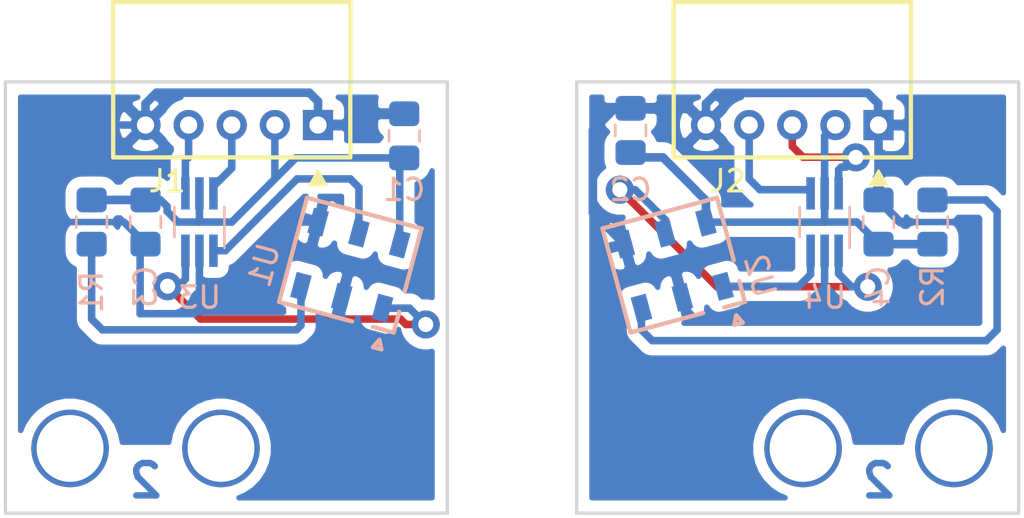
<source format=kicad_pcb>
(kicad_pcb (version 20171130) (host pcbnew 5.1.5-52549c5~84~ubuntu18.04.1)

  (general
    (thickness 1.6)
    (drawings 14)
    (tracks 150)
    (zones 0)
    (modules 12)
    (nets 13)
  )

  (page A4)
  (title_block
    (title Encodeurs-DFRobotics)
    (date 2020-01-28)
    (rev V1.0)
    (company INSA)
  )

  (layers
    (0 F.Cu signal)
    (31 B.Cu signal)
    (32 B.Adhes user)
    (33 F.Adhes user)
    (34 B.Paste user)
    (35 F.Paste user)
    (36 B.SilkS user)
    (37 F.SilkS user)
    (38 B.Mask user)
    (39 F.Mask user)
    (40 Dwgs.User user)
    (41 Cmts.User user)
    (42 Eco1.User user)
    (43 Eco2.User user)
    (44 Edge.Cuts user)
    (45 Margin user)
    (46 B.CrtYd user hide)
    (47 F.CrtYd user hide)
    (48 B.Fab user hide)
    (49 F.Fab user hide)
  )

  (setup
    (last_trace_width 0.25)
    (user_trace_width 0.3)
    (user_trace_width 0.35)
    (user_trace_width 0.4)
    (user_trace_width 0.5)
    (user_trace_width 0.7)
    (user_trace_width 1)
    (trace_clearance 0.2)
    (zone_clearance 0.508)
    (zone_45_only no)
    (trace_min 0.2)
    (via_size 0.8)
    (via_drill 0.4)
    (via_min_size 0.4)
    (via_min_drill 0.3)
    (user_via 0.8 0.4)
    (user_via 1.3 0.7)
    (user_via 3.6 3.1)
    (uvia_size 0.3)
    (uvia_drill 0.1)
    (uvias_allowed no)
    (uvia_min_size 0.2)
    (uvia_min_drill 0.1)
    (edge_width 0.15)
    (segment_width 0.2)
    (pcb_text_width 0.3)
    (pcb_text_size 1.5 1.5)
    (mod_edge_width 0.12)
    (mod_text_size 1 1)
    (mod_text_width 0.15)
    (pad_size 1.524 1.524)
    (pad_drill 0.762)
    (pad_to_mask_clearance 0.051)
    (solder_mask_min_width 0.25)
    (aux_axis_origin 0 0)
    (visible_elements FFFFFF7F)
    (pcbplotparams
      (layerselection 0x01000_fffffffe)
      (usegerberextensions false)
      (usegerberattributes false)
      (usegerberadvancedattributes false)
      (creategerberjobfile false)
      (excludeedgelayer false)
      (linewidth 0.100000)
      (plotframeref false)
      (viasonmask false)
      (mode 1)
      (useauxorigin false)
      (hpglpennumber 1)
      (hpglpenspeed 20)
      (hpglpendiameter 15.000000)
      (psnegative false)
      (psa4output false)
      (plotreference true)
      (plotvalue true)
      (plotinvisibletext false)
      (padsonsilk false)
      (subtractmaskfromsilk false)
      (outputformat 4)
      (mirror true)
      (drillshape 2)
      (scaleselection 1)
      (outputdirectory "PDF/"))
  )

  (net 0 "")
  (net 1 +5V)
  (net 2 GND)
  (net 3 /SENS_LEFT_A)
  (net 4 /SENS_LEFT_B)
  (net 5 /SENS_RIGHT_B)
  (net 6 /SENS_RIGHT_A)
  (net 7 "Net-(R1-Pad2)")
  (net 8 "Net-(R2-Pad2)")
  (net 9 "Net-(U1-Pad5)")
  (net 10 "Net-(U1-Pad1)")
  (net 11 "Net-(U2-Pad1)")
  (net 12 "Net-(U2-Pad5)")

  (net_class Default "This is the default net class."
    (clearance 0.2)
    (trace_width 0.25)
    (via_dia 0.8)
    (via_drill 0.4)
    (uvia_dia 0.3)
    (uvia_drill 0.1)
    (add_net +5V)
    (add_net /SENS_LEFT_A)
    (add_net /SENS_LEFT_B)
    (add_net /SENS_RIGHT_A)
    (add_net /SENS_RIGHT_B)
    (add_net GND)
    (add_net "Net-(R1-Pad2)")
    (add_net "Net-(R2-Pad2)")
    (add_net "Net-(U1-Pad1)")
    (add_net "Net-(U1-Pad5)")
    (add_net "Net-(U2-Pad1)")
    (add_net "Net-(U2-Pad5)")
  )

  (module Insa:DF3A-5P-2DS (layer F.Cu) (tedit 5D6F7BC7) (tstamp 5E305943)
    (at 90.5 102 180)
    (path /5E31D745)
    (fp_text reference J1 (at 3 -2.6) (layer F.SilkS)
      (effects (font (size 1 1) (thickness 0.15)))
    )
    (fp_text value DF3A-5P-2DS (at 0 7) (layer F.Fab)
      (effects (font (size 1 1) (thickness 0.15)))
    )
    (fp_line (start 5.5 -1.5) (end -5.5 -1.5) (layer F.SilkS) (width 0.2))
    (fp_line (start -5.5 -1.5) (end -5.5 5.7) (layer F.SilkS) (width 0.2))
    (fp_line (start -5.5 5.7) (end 5.5 5.7) (layer F.SilkS) (width 0.2))
    (fp_line (start 5.5 5.7) (end 5.5 -1.5) (layer F.SilkS) (width 0.2))
    (fp_poly (pts (xy -4.4 -2.8) (xy -4 -2.1) (xy -3.6 -2.8)) (layer F.SilkS) (width 0.1))
    (fp_line (start -5.5 -1.5) (end 5.5 -1.5) (layer F.CrtYd) (width 0.12))
    (fp_line (start 5.5 -1.5) (end 5.5 5.7) (layer F.CrtYd) (width 0.12))
    (fp_line (start 5.5 5.7) (end -5.5 5.7) (layer F.CrtYd) (width 0.12))
    (fp_line (start -5.5 5.7) (end -5.5 -1.5) (layer F.CrtYd) (width 0.12))
    (pad 2 thru_hole circle (at -2 0 180) (size 1.4 1.4) (drill 0.8) (layers *.Cu *.Mask)
      (net 1 +5V))
    (pad 3 thru_hole circle (at 0 0 180) (size 1.4 1.4) (drill 0.8) (layers *.Cu *.Mask)
      (net 3 /SENS_LEFT_A))
    (pad 4 thru_hole circle (at 2 0 180) (size 1.4 1.4) (drill 0.8) (layers *.Cu *.Mask)
      (net 4 /SENS_LEFT_B))
    (pad 1 thru_hole rect (at -4 0 180) (size 1.4 1.4) (drill 0.8) (layers *.Cu *.Mask)
      (net 2 GND))
    (pad 5 thru_hole circle (at 4 0 180) (size 1.4 1.4) (drill 0.8) (layers *.Cu *.Mask)
      (net 2 GND))
    (model "/home/dimercur/Documents/Travail/git/NXP_Cup/insa-nxpcup-1/pcb/Modeles 3D/DF3-5P-2DS.stp"
      (offset (xyz -6.65 -2.2 5.5))
      (scale (xyz 1 1 1))
      (rotate (xyz 180 0 0))
    )
  )

  (module Insa:DF3A-5P-2DS (layer F.Cu) (tedit 5D6F7BC7) (tstamp 5E305955)
    (at 116.5 102 180)
    (path /5E31F517)
    (fp_text reference J2 (at 3 -2.6) (layer F.SilkS)
      (effects (font (size 1 1) (thickness 0.15)))
    )
    (fp_text value DF3A-5P-2DS (at 0 7) (layer F.Fab)
      (effects (font (size 1 1) (thickness 0.15)))
    )
    (fp_line (start -5.5 5.7) (end -5.5 -1.5) (layer F.CrtYd) (width 0.12))
    (fp_line (start 5.5 5.7) (end -5.5 5.7) (layer F.CrtYd) (width 0.12))
    (fp_line (start 5.5 -1.5) (end 5.5 5.7) (layer F.CrtYd) (width 0.12))
    (fp_line (start -5.5 -1.5) (end 5.5 -1.5) (layer F.CrtYd) (width 0.12))
    (fp_poly (pts (xy -4.4 -2.8) (xy -4 -2.1) (xy -3.6 -2.8)) (layer F.SilkS) (width 0.1))
    (fp_line (start 5.5 5.7) (end 5.5 -1.5) (layer F.SilkS) (width 0.2))
    (fp_line (start -5.5 5.7) (end 5.5 5.7) (layer F.SilkS) (width 0.2))
    (fp_line (start -5.5 -1.5) (end -5.5 5.7) (layer F.SilkS) (width 0.2))
    (fp_line (start 5.5 -1.5) (end -5.5 -1.5) (layer F.SilkS) (width 0.2))
    (pad 5 thru_hole circle (at 4 0 180) (size 1.4 1.4) (drill 0.8) (layers *.Cu *.Mask)
      (net 2 GND))
    (pad 1 thru_hole rect (at -4 0 180) (size 1.4 1.4) (drill 0.8) (layers *.Cu *.Mask)
      (net 2 GND))
    (pad 4 thru_hole circle (at 2 0 180) (size 1.4 1.4) (drill 0.8) (layers *.Cu *.Mask)
      (net 5 /SENS_RIGHT_B))
    (pad 3 thru_hole circle (at 0 0 180) (size 1.4 1.4) (drill 0.8) (layers *.Cu *.Mask)
      (net 6 /SENS_RIGHT_A))
    (pad 2 thru_hole circle (at -2 0 180) (size 1.4 1.4) (drill 0.8) (layers *.Cu *.Mask)
      (net 1 +5V))
    (model "/home/dimercur/Documents/Travail/git/NXP_Cup/insa-nxpcup-1/pcb/Modeles 3D/DF3-5P-2DS.stp"
      (offset (xyz -6.65 -2.2 5.5))
      (scale (xyz 1 1 1))
      (rotate (xyz 180 0 0))
    )
  )

  (module Insa:AEDR-8300 (layer B.Cu) (tedit 5E303CE1) (tstamp 5E30598F)
    (at 96 108.5 75)
    (path /5E3A6A7F)
    (attr smd)
    (fp_text reference U1 (at -1.035276 -3.863703 75) (layer B.SilkS)
      (effects (font (size 1 1) (thickness 0.15)) (justify mirror))
    )
    (fp_text value AEDR-8300 (at 0 -5.4 75) (layer B.Fab)
      (effects (font (size 1 1) (thickness 0.15)) (justify mirror))
    )
    (fp_line (start 0 2.55) (end 1.98 2.55) (layer B.CrtYd) (width 0.12))
    (fp_line (start 1.98 2.55) (end 1.98 -2.55) (layer B.CrtYd) (width 0.12))
    (fp_line (start 1.98 -2.55) (end -1.98 -2.55) (layer B.CrtYd) (width 0.12))
    (fp_line (start -1.98 -2.55) (end -1.98 2.55) (layer B.CrtYd) (width 0.12))
    (fp_line (start -1.98 2.55) (end 0 2.55) (layer B.CrtYd) (width 0.12))
    (fp_line (start 2.5 2.75) (end 2.5 -2.75) (layer B.SilkS) (width 0.2))
    (fp_line (start 2.5 -2.75) (end -2.5 -2.75) (layer B.SilkS) (width 0.2))
    (fp_line (start -1.5 2.75) (end -2.5 2.75) (layer B.SilkS) (width 0.2))
    (fp_line (start -2.5 2.75) (end -2.5 1.75) (layer B.SilkS) (width 0.2))
    (fp_line (start -2.5 0.75) (end -2.5 -2.75) (layer B.SilkS) (width 0.2))
    (fp_line (start -0.5 2.75) (end 2.5 2.75) (layer B.SilkS) (width 0.2))
    (fp_line (start -3 2.2) (end -3.4 2.4) (layer B.SilkS) (width 0.2))
    (fp_line (start -3.4 2.4) (end -3.4 2) (layer B.SilkS) (width 0.2))
    (fp_line (start -3.4 2) (end -3 2.2) (layer B.SilkS) (width 0.2))
    (pad 2 smd rect (at -1.54 0 75) (size 1.2 0.72) (layers B.Cu B.Paste B.Mask)
      (net 2 GND))
    (pad 5 smd rect (at 1.54 0 75) (size 1.2 0.72) (layers B.Cu B.Paste B.Mask)
      (net 9 "Net-(U1-Pad5)"))
    (pad 3 smd rect (at -1.54 -1.96 75) (size 1.2 0.72) (layers B.Cu B.Paste B.Mask)
      (net 7 "Net-(R1-Pad2)"))
    (pad 4 smd rect (at 1.54 -1.96 75) (size 1.2 0.72) (layers B.Cu B.Paste B.Mask)
      (net 2 GND))
    (pad 6 smd rect (at 1.54 1.96 75) (size 1.2 0.72) (layers B.Cu B.Paste B.Mask)
      (net 1 +5V))
    (pad 1 smd rect (at -1.54 1.96 75) (size 1.2 0.72) (layers B.Cu B.Paste B.Mask)
      (net 10 "Net-(U1-Pad1)"))
  )

  (module Insa:AEDR-8300 (layer B.Cu) (tedit 5E303CE1) (tstamp 5E3059A7)
    (at 111 108.5 105)
    (path /5E3A6F7C)
    (attr smd)
    (fp_text reference U2 (at -1.518239 3.734294 105) (layer B.SilkS)
      (effects (font (size 1 1) (thickness 0.15)) (justify mirror))
    )
    (fp_text value AEDR-8300 (at 0 -5.4 105) (layer B.Fab)
      (effects (font (size 1 1) (thickness 0.15)) (justify mirror))
    )
    (fp_line (start -3.4 2) (end -3 2.2) (layer B.SilkS) (width 0.2))
    (fp_line (start -3.4 2.4) (end -3.4 2) (layer B.SilkS) (width 0.2))
    (fp_line (start -3 2.2) (end -3.4 2.4) (layer B.SilkS) (width 0.2))
    (fp_line (start -0.5 2.75) (end 2.5 2.75) (layer B.SilkS) (width 0.2))
    (fp_line (start -2.5 0.75) (end -2.5 -2.75) (layer B.SilkS) (width 0.2))
    (fp_line (start -2.5 2.75) (end -2.5 1.75) (layer B.SilkS) (width 0.2))
    (fp_line (start -1.5 2.75) (end -2.5 2.75) (layer B.SilkS) (width 0.2))
    (fp_line (start 2.5 -2.75) (end -2.5 -2.75) (layer B.SilkS) (width 0.2))
    (fp_line (start 2.5 2.75) (end 2.5 -2.75) (layer B.SilkS) (width 0.2))
    (fp_line (start -1.98 2.55) (end 0 2.55) (layer B.CrtYd) (width 0.12))
    (fp_line (start -1.98 -2.55) (end -1.98 2.55) (layer B.CrtYd) (width 0.12))
    (fp_line (start 1.98 -2.55) (end -1.98 -2.55) (layer B.CrtYd) (width 0.12))
    (fp_line (start 1.98 2.55) (end 1.98 -2.55) (layer B.CrtYd) (width 0.12))
    (fp_line (start 0 2.55) (end 1.98 2.55) (layer B.CrtYd) (width 0.12))
    (pad 1 smd rect (at -1.54 1.96 105) (size 1.2 0.72) (layers B.Cu B.Paste B.Mask)
      (net 11 "Net-(U2-Pad1)"))
    (pad 6 smd rect (at 1.54 1.96 105) (size 1.2 0.72) (layers B.Cu B.Paste B.Mask)
      (net 1 +5V))
    (pad 4 smd rect (at 1.54 -1.96 105) (size 1.2 0.72) (layers B.Cu B.Paste B.Mask)
      (net 2 GND))
    (pad 3 smd rect (at -1.54 -1.96 105) (size 1.2 0.72) (layers B.Cu B.Paste B.Mask)
      (net 8 "Net-(R2-Pad2)"))
    (pad 5 smd rect (at 1.54 0 105) (size 1.2 0.72) (layers B.Cu B.Paste B.Mask)
      (net 12 "Net-(U2-Pad5)"))
    (pad 2 smd rect (at -1.54 0 105) (size 1.2 0.72) (layers B.Cu B.Paste B.Mask)
      (net 2 GND))
  )

  (module Capacitor_SMD:C_0805_2012Metric_Pad1.15x1.40mm_HandSolder (layer B.Cu) (tedit 5B36C52B) (tstamp 5E318682)
    (at 98.5 102.5 90)
    (descr "Capacitor SMD 0805 (2012 Metric), square (rectangular) end terminal, IPC_7351 nominal with elongated pad for handsoldering. (Body size source: https://docs.google.com/spreadsheets/d/1BsfQQcO9C6DZCsRaXUlFlo91Tg2WpOkGARC1WS5S8t0/edit?usp=sharing), generated with kicad-footprint-generator")
    (tags "capacitor handsolder")
    (path /5E3A78B4)
    (attr smd)
    (fp_text reference C1 (at -2.5 0 180) (layer B.SilkS)
      (effects (font (size 1 1) (thickness 0.15)) (justify mirror))
    )
    (fp_text value 1µF (at 0 -1.65 90) (layer B.Fab)
      (effects (font (size 1 1) (thickness 0.15)) (justify mirror))
    )
    (fp_line (start -1 -0.6) (end -1 0.6) (layer B.Fab) (width 0.1))
    (fp_line (start -1 0.6) (end 1 0.6) (layer B.Fab) (width 0.1))
    (fp_line (start 1 0.6) (end 1 -0.6) (layer B.Fab) (width 0.1))
    (fp_line (start 1 -0.6) (end -1 -0.6) (layer B.Fab) (width 0.1))
    (fp_line (start -0.261252 0.71) (end 0.261252 0.71) (layer B.SilkS) (width 0.12))
    (fp_line (start -0.261252 -0.71) (end 0.261252 -0.71) (layer B.SilkS) (width 0.12))
    (fp_line (start -1.85 -0.95) (end -1.85 0.95) (layer B.CrtYd) (width 0.05))
    (fp_line (start -1.85 0.95) (end 1.85 0.95) (layer B.CrtYd) (width 0.05))
    (fp_line (start 1.85 0.95) (end 1.85 -0.95) (layer B.CrtYd) (width 0.05))
    (fp_line (start 1.85 -0.95) (end -1.85 -0.95) (layer B.CrtYd) (width 0.05))
    (fp_text user %R (at 0 0 90) (layer B.Fab)
      (effects (font (size 0.5 0.5) (thickness 0.08)) (justify mirror))
    )
    (pad 1 smd roundrect (at -1.025 0 90) (size 1.15 1.4) (layers B.Cu B.Paste B.Mask) (roundrect_rratio 0.217391)
      (net 1 +5V))
    (pad 2 smd roundrect (at 1.025 0 90) (size 1.15 1.4) (layers B.Cu B.Paste B.Mask) (roundrect_rratio 0.217391)
      (net 2 GND))
    (model ${KISYS3DMOD}/Capacitor_SMD.3dshapes/C_0805_2012Metric.wrl
      (at (xyz 0 0 0))
      (scale (xyz 1 1 1))
      (rotate (xyz 0 0 0))
    )
  )

  (module Capacitor_SMD:C_0805_2012Metric_Pad1.15x1.40mm_HandSolder (layer B.Cu) (tedit 5B36C52B) (tstamp 5E318692)
    (at 109 102.25 90)
    (descr "Capacitor SMD 0805 (2012 Metric), square (rectangular) end terminal, IPC_7351 nominal with elongated pad for handsoldering. (Body size source: https://docs.google.com/spreadsheets/d/1BsfQQcO9C6DZCsRaXUlFlo91Tg2WpOkGARC1WS5S8t0/edit?usp=sharing), generated with kicad-footprint-generator")
    (tags "capacitor handsolder")
    (path /5E3A7F61)
    (attr smd)
    (fp_text reference C2 (at -2.75 0 180) (layer B.SilkS)
      (effects (font (size 1 1) (thickness 0.15)) (justify mirror))
    )
    (fp_text value 1µF (at 0 -1.65 90) (layer B.Fab)
      (effects (font (size 1 1) (thickness 0.15)) (justify mirror))
    )
    (fp_text user %R (at 0 0 90) (layer B.Fab)
      (effects (font (size 0.5 0.5) (thickness 0.08)) (justify mirror))
    )
    (fp_line (start 1.85 -0.95) (end -1.85 -0.95) (layer B.CrtYd) (width 0.05))
    (fp_line (start 1.85 0.95) (end 1.85 -0.95) (layer B.CrtYd) (width 0.05))
    (fp_line (start -1.85 0.95) (end 1.85 0.95) (layer B.CrtYd) (width 0.05))
    (fp_line (start -1.85 -0.95) (end -1.85 0.95) (layer B.CrtYd) (width 0.05))
    (fp_line (start -0.261252 -0.71) (end 0.261252 -0.71) (layer B.SilkS) (width 0.12))
    (fp_line (start -0.261252 0.71) (end 0.261252 0.71) (layer B.SilkS) (width 0.12))
    (fp_line (start 1 -0.6) (end -1 -0.6) (layer B.Fab) (width 0.1))
    (fp_line (start 1 0.6) (end 1 -0.6) (layer B.Fab) (width 0.1))
    (fp_line (start -1 0.6) (end 1 0.6) (layer B.Fab) (width 0.1))
    (fp_line (start -1 -0.6) (end -1 0.6) (layer B.Fab) (width 0.1))
    (pad 2 smd roundrect (at 1.025 0 90) (size 1.15 1.4) (layers B.Cu B.Paste B.Mask) (roundrect_rratio 0.217391)
      (net 2 GND))
    (pad 1 smd roundrect (at -1.025 0 90) (size 1.15 1.4) (layers B.Cu B.Paste B.Mask) (roundrect_rratio 0.217391)
      (net 1 +5V))
    (model ${KISYS3DMOD}/Capacitor_SMD.3dshapes/C_0805_2012Metric.wrl
      (at (xyz 0 0 0))
      (scale (xyz 1 1 1))
      (rotate (xyz 0 0 0))
    )
  )

  (module Capacitor_SMD:C_0805_2012Metric_Pad1.15x1.40mm_HandSolder (layer B.Cu) (tedit 5B36C52B) (tstamp 5E3186B2)
    (at 86.5 106.5 270)
    (descr "Capacitor SMD 0805 (2012 Metric), square (rectangular) end terminal, IPC_7351 nominal with elongated pad for handsoldering. (Body size source: https://docs.google.com/spreadsheets/d/1BsfQQcO9C6DZCsRaXUlFlo91Tg2WpOkGARC1WS5S8t0/edit?usp=sharing), generated with kicad-footprint-generator")
    (tags "capacitor handsolder")
    (path /5E4036A5)
    (attr smd)
    (fp_text reference C3 (at 3 0 90) (layer B.SilkS)
      (effects (font (size 1 1) (thickness 0.15)) (justify mirror))
    )
    (fp_text value 100nF (at 0 -1.65 90) (layer B.Fab)
      (effects (font (size 1 1) (thickness 0.15)) (justify mirror))
    )
    (fp_line (start -1 -0.6) (end -1 0.6) (layer B.Fab) (width 0.1))
    (fp_line (start -1 0.6) (end 1 0.6) (layer B.Fab) (width 0.1))
    (fp_line (start 1 0.6) (end 1 -0.6) (layer B.Fab) (width 0.1))
    (fp_line (start 1 -0.6) (end -1 -0.6) (layer B.Fab) (width 0.1))
    (fp_line (start -0.261252 0.71) (end 0.261252 0.71) (layer B.SilkS) (width 0.12))
    (fp_line (start -0.261252 -0.71) (end 0.261252 -0.71) (layer B.SilkS) (width 0.12))
    (fp_line (start -1.85 -0.95) (end -1.85 0.95) (layer B.CrtYd) (width 0.05))
    (fp_line (start -1.85 0.95) (end 1.85 0.95) (layer B.CrtYd) (width 0.05))
    (fp_line (start 1.85 0.95) (end 1.85 -0.95) (layer B.CrtYd) (width 0.05))
    (fp_line (start 1.85 -0.95) (end -1.85 -0.95) (layer B.CrtYd) (width 0.05))
    (fp_text user %R (at 0 0 90) (layer B.Fab)
      (effects (font (size 0.5 0.5) (thickness 0.08)) (justify mirror))
    )
    (pad 1 smd roundrect (at -1.025 0 270) (size 1.15 1.4) (layers B.Cu B.Paste B.Mask) (roundrect_rratio 0.217391)
      (net 1 +5V))
    (pad 2 smd roundrect (at 1.025 0 270) (size 1.15 1.4) (layers B.Cu B.Paste B.Mask) (roundrect_rratio 0.217391)
      (net 2 GND))
    (model ${KISYS3DMOD}/Capacitor_SMD.3dshapes/C_0805_2012Metric.wrl
      (at (xyz 0 0 0))
      (scale (xyz 1 1 1))
      (rotate (xyz 0 0 0))
    )
  )

  (module Capacitor_SMD:C_0805_2012Metric_Pad1.15x1.40mm_HandSolder (layer B.Cu) (tedit 5B36C52B) (tstamp 5E3186C3)
    (at 120.5 106.5 90)
    (descr "Capacitor SMD 0805 (2012 Metric), square (rectangular) end terminal, IPC_7351 nominal with elongated pad for handsoldering. (Body size source: https://docs.google.com/spreadsheets/d/1BsfQQcO9C6DZCsRaXUlFlo91Tg2WpOkGARC1WS5S8t0/edit?usp=sharing), generated with kicad-footprint-generator")
    (tags "capacitor handsolder")
    (path /5E404996)
    (attr smd)
    (fp_text reference C4 (at -3 0 90) (layer B.SilkS)
      (effects (font (size 1 1) (thickness 0.15)) (justify mirror))
    )
    (fp_text value 100nF (at 0 -1.65 90) (layer B.Fab)
      (effects (font (size 1 1) (thickness 0.15)) (justify mirror))
    )
    (fp_text user %R (at 0 0 90) (layer B.Fab)
      (effects (font (size 0.5 0.5) (thickness 0.08)) (justify mirror))
    )
    (fp_line (start 1.85 -0.95) (end -1.85 -0.95) (layer B.CrtYd) (width 0.05))
    (fp_line (start 1.85 0.95) (end 1.85 -0.95) (layer B.CrtYd) (width 0.05))
    (fp_line (start -1.85 0.95) (end 1.85 0.95) (layer B.CrtYd) (width 0.05))
    (fp_line (start -1.85 -0.95) (end -1.85 0.95) (layer B.CrtYd) (width 0.05))
    (fp_line (start -0.261252 -0.71) (end 0.261252 -0.71) (layer B.SilkS) (width 0.12))
    (fp_line (start -0.261252 0.71) (end 0.261252 0.71) (layer B.SilkS) (width 0.12))
    (fp_line (start 1 -0.6) (end -1 -0.6) (layer B.Fab) (width 0.1))
    (fp_line (start 1 0.6) (end 1 -0.6) (layer B.Fab) (width 0.1))
    (fp_line (start -1 0.6) (end 1 0.6) (layer B.Fab) (width 0.1))
    (fp_line (start -1 -0.6) (end -1 0.6) (layer B.Fab) (width 0.1))
    (pad 2 smd roundrect (at 1.025 0 90) (size 1.15 1.4) (layers B.Cu B.Paste B.Mask) (roundrect_rratio 0.217391)
      (net 2 GND))
    (pad 1 smd roundrect (at -1.025 0 90) (size 1.15 1.4) (layers B.Cu B.Paste B.Mask) (roundrect_rratio 0.217391)
      (net 1 +5V))
    (model ${KISYS3DMOD}/Capacitor_SMD.3dshapes/C_0805_2012Metric.wrl
      (at (xyz 0 0 0))
      (scale (xyz 1 1 1))
      (rotate (xyz 0 0 0))
    )
  )

  (module Resistor_SMD:R_0805_2012Metric_Pad1.15x1.40mm_HandSolder (layer B.Cu) (tedit 5B36C52B) (tstamp 5E3186C4)
    (at 84 106.5 270)
    (descr "Resistor SMD 0805 (2012 Metric), square (rectangular) end terminal, IPC_7351 nominal with elongated pad for handsoldering. (Body size source: https://docs.google.com/spreadsheets/d/1BsfQQcO9C6DZCsRaXUlFlo91Tg2WpOkGARC1WS5S8t0/edit?usp=sharing), generated with kicad-footprint-generator")
    (tags "resistor handsolder")
    (path /5E3A840F)
    (attr smd)
    (fp_text reference R1 (at 3.25 0 90) (layer B.SilkS)
      (effects (font (size 1 1) (thickness 0.15)) (justify mirror))
    )
    (fp_text value 200 (at 0 -1.65 90) (layer B.Fab)
      (effects (font (size 1 1) (thickness 0.15)) (justify mirror))
    )
    (fp_line (start -1 -0.6) (end -1 0.6) (layer B.Fab) (width 0.1))
    (fp_line (start -1 0.6) (end 1 0.6) (layer B.Fab) (width 0.1))
    (fp_line (start 1 0.6) (end 1 -0.6) (layer B.Fab) (width 0.1))
    (fp_line (start 1 -0.6) (end -1 -0.6) (layer B.Fab) (width 0.1))
    (fp_line (start -0.261252 0.71) (end 0.261252 0.71) (layer B.SilkS) (width 0.12))
    (fp_line (start -0.261252 -0.71) (end 0.261252 -0.71) (layer B.SilkS) (width 0.12))
    (fp_line (start -1.85 -0.95) (end -1.85 0.95) (layer B.CrtYd) (width 0.05))
    (fp_line (start -1.85 0.95) (end 1.85 0.95) (layer B.CrtYd) (width 0.05))
    (fp_line (start 1.85 0.95) (end 1.85 -0.95) (layer B.CrtYd) (width 0.05))
    (fp_line (start 1.85 -0.95) (end -1.85 -0.95) (layer B.CrtYd) (width 0.05))
    (fp_text user %R (at 0 0 90) (layer B.Fab)
      (effects (font (size 0.5 0.5) (thickness 0.08)) (justify mirror))
    )
    (pad 1 smd roundrect (at -1.025 0 270) (size 1.15 1.4) (layers B.Cu B.Paste B.Mask) (roundrect_rratio 0.217391)
      (net 1 +5V))
    (pad 2 smd roundrect (at 1.025 0 270) (size 1.15 1.4) (layers B.Cu B.Paste B.Mask) (roundrect_rratio 0.217391)
      (net 7 "Net-(R1-Pad2)"))
    (model ${KISYS3DMOD}/Resistor_SMD.3dshapes/R_0805_2012Metric.wrl
      (at (xyz 0 0 0))
      (scale (xyz 1 1 1))
      (rotate (xyz 0 0 0))
    )
  )

  (module Resistor_SMD:R_0805_2012Metric_Pad1.15x1.40mm_HandSolder (layer B.Cu) (tedit 5B36C52B) (tstamp 5E3186D4)
    (at 123 106.5 90)
    (descr "Resistor SMD 0805 (2012 Metric), square (rectangular) end terminal, IPC_7351 nominal with elongated pad for handsoldering. (Body size source: https://docs.google.com/spreadsheets/d/1BsfQQcO9C6DZCsRaXUlFlo91Tg2WpOkGARC1WS5S8t0/edit?usp=sharing), generated with kicad-footprint-generator")
    (tags "resistor handsolder")
    (path /5E3A88BC)
    (attr smd)
    (fp_text reference R2 (at -3 0 90) (layer B.SilkS)
      (effects (font (size 1 1) (thickness 0.15)) (justify mirror))
    )
    (fp_text value 200 (at 0 -1.65 90) (layer B.Fab)
      (effects (font (size 1 1) (thickness 0.15)) (justify mirror))
    )
    (fp_text user %R (at 0 0 90) (layer B.Fab)
      (effects (font (size 0.5 0.5) (thickness 0.08)) (justify mirror))
    )
    (fp_line (start 1.85 -0.95) (end -1.85 -0.95) (layer B.CrtYd) (width 0.05))
    (fp_line (start 1.85 0.95) (end 1.85 -0.95) (layer B.CrtYd) (width 0.05))
    (fp_line (start -1.85 0.95) (end 1.85 0.95) (layer B.CrtYd) (width 0.05))
    (fp_line (start -1.85 -0.95) (end -1.85 0.95) (layer B.CrtYd) (width 0.05))
    (fp_line (start -0.261252 -0.71) (end 0.261252 -0.71) (layer B.SilkS) (width 0.12))
    (fp_line (start -0.261252 0.71) (end 0.261252 0.71) (layer B.SilkS) (width 0.12))
    (fp_line (start 1 -0.6) (end -1 -0.6) (layer B.Fab) (width 0.1))
    (fp_line (start 1 0.6) (end 1 -0.6) (layer B.Fab) (width 0.1))
    (fp_line (start -1 0.6) (end 1 0.6) (layer B.Fab) (width 0.1))
    (fp_line (start -1 -0.6) (end -1 0.6) (layer B.Fab) (width 0.1))
    (pad 2 smd roundrect (at 1.025 0 90) (size 1.15 1.4) (layers B.Cu B.Paste B.Mask) (roundrect_rratio 0.217391)
      (net 8 "Net-(R2-Pad2)"))
    (pad 1 smd roundrect (at -1.025 0 90) (size 1.15 1.4) (layers B.Cu B.Paste B.Mask) (roundrect_rratio 0.217391)
      (net 1 +5V))
    (model ${KISYS3DMOD}/Resistor_SMD.3dshapes/R_0805_2012Metric.wrl
      (at (xyz 0 0 0))
      (scale (xyz 1 1 1))
      (rotate (xyz 0 0 0))
    )
  )

  (module Package_TO_SOT_SMD:SOT-363_SC-70-6_Handsoldering (layer B.Cu) (tedit 5A02FF57) (tstamp 5E3186F9)
    (at 89 106.5 90)
    (descr "SOT-363, SC-70-6, Handsoldering")
    (tags "SOT-363 SC-70-6 Handsoldering")
    (path /5E3E0666)
    (attr smd)
    (fp_text reference U3 (at -3.5 0 180) (layer B.SilkS)
      (effects (font (size 1 1) (thickness 0.15)) (justify mirror))
    )
    (fp_text value 74LVC2G34 (at 0 -2 270) (layer B.Fab)
      (effects (font (size 1 1) (thickness 0.15)) (justify mirror))
    )
    (fp_text user %R (at 0 0 180) (layer B.Fab)
      (effects (font (size 0.5 0.5) (thickness 0.075)) (justify mirror))
    )
    (fp_line (start -2.4 -1.4) (end 2.4 -1.4) (layer B.CrtYd) (width 0.05))
    (fp_line (start 0.7 1.16) (end -1.2 1.16) (layer B.SilkS) (width 0.12))
    (fp_line (start -0.7 -1.16) (end 0.7 -1.16) (layer B.SilkS) (width 0.12))
    (fp_line (start 2.4 -1.4) (end 2.4 1.4) (layer B.CrtYd) (width 0.05))
    (fp_line (start -2.4 1.4) (end -2.4 -1.4) (layer B.CrtYd) (width 0.05))
    (fp_line (start -2.4 1.4) (end 2.4 1.4) (layer B.CrtYd) (width 0.05))
    (fp_line (start 0.675 1.1) (end -0.175 1.1) (layer B.Fab) (width 0.1))
    (fp_line (start -0.675 0.6) (end -0.675 -1.1) (layer B.Fab) (width 0.1))
    (fp_line (start 0.675 1.1) (end 0.675 -1.1) (layer B.Fab) (width 0.1))
    (fp_line (start 0.675 -1.1) (end -0.675 -1.1) (layer B.Fab) (width 0.1))
    (fp_line (start -0.175 1.1) (end -0.675 0.6) (layer B.Fab) (width 0.1))
    (pad 1 smd rect (at -1.33 0.65 90) (size 1.5 0.4) (layers B.Cu B.Paste B.Mask)
      (net 9 "Net-(U1-Pad5)"))
    (pad 2 smd rect (at -1.33 0 90) (size 1.5 0.4) (layers B.Cu B.Paste B.Mask)
      (net 2 GND))
    (pad 3 smd rect (at -1.33 -0.65 90) (size 1.5 0.4) (layers B.Cu B.Paste B.Mask)
      (net 10 "Net-(U1-Pad1)"))
    (pad 4 smd rect (at 1.33 -0.65 90) (size 1.5 0.4) (layers B.Cu B.Paste B.Mask)
      (net 4 /SENS_LEFT_B))
    (pad 5 smd rect (at 1.33 0 90) (size 1.5 0.4) (layers B.Cu B.Paste B.Mask)
      (net 1 +5V))
    (pad 6 smd rect (at 1.33 0.65 90) (size 1.5 0.4) (layers B.Cu B.Paste B.Mask)
      (net 3 /SENS_LEFT_A))
    (model ${KISYS3DMOD}/Package_TO_SOT_SMD.3dshapes/SOT-363_SC-70-6.wrl
      (at (xyz 0 0 0))
      (scale (xyz 1 1 1))
      (rotate (xyz 0 0 0))
    )
  )

  (module Package_TO_SOT_SMD:SOT-363_SC-70-6_Handsoldering (layer B.Cu) (tedit 5A02FF57) (tstamp 5E31870F)
    (at 118 106.5 90)
    (descr "SOT-363, SC-70-6, Handsoldering")
    (tags "SOT-363 SC-70-6 Handsoldering")
    (path /5E3E288C)
    (attr smd)
    (fp_text reference U4 (at -3.5 0 180) (layer B.SilkS)
      (effects (font (size 1 1) (thickness 0.15)) (justify mirror))
    )
    (fp_text value 74LVC2G34 (at 0 -2 -90) (layer B.Fab)
      (effects (font (size 1 1) (thickness 0.15)) (justify mirror))
    )
    (fp_line (start -0.175 1.1) (end -0.675 0.6) (layer B.Fab) (width 0.1))
    (fp_line (start 0.675 -1.1) (end -0.675 -1.1) (layer B.Fab) (width 0.1))
    (fp_line (start 0.675 1.1) (end 0.675 -1.1) (layer B.Fab) (width 0.1))
    (fp_line (start -0.675 0.6) (end -0.675 -1.1) (layer B.Fab) (width 0.1))
    (fp_line (start 0.675 1.1) (end -0.175 1.1) (layer B.Fab) (width 0.1))
    (fp_line (start -2.4 1.4) (end 2.4 1.4) (layer B.CrtYd) (width 0.05))
    (fp_line (start -2.4 1.4) (end -2.4 -1.4) (layer B.CrtYd) (width 0.05))
    (fp_line (start 2.4 -1.4) (end 2.4 1.4) (layer B.CrtYd) (width 0.05))
    (fp_line (start -0.7 -1.16) (end 0.7 -1.16) (layer B.SilkS) (width 0.12))
    (fp_line (start 0.7 1.16) (end -1.2 1.16) (layer B.SilkS) (width 0.12))
    (fp_line (start -2.4 -1.4) (end 2.4 -1.4) (layer B.CrtYd) (width 0.05))
    (fp_text user %R (at 0 0 180) (layer B.Fab)
      (effects (font (size 0.5 0.5) (thickness 0.075)) (justify mirror))
    )
    (pad 6 smd rect (at 1.33 0.65 90) (size 1.5 0.4) (layers B.Cu B.Paste B.Mask)
      (net 6 /SENS_RIGHT_A))
    (pad 5 smd rect (at 1.33 0 90) (size 1.5 0.4) (layers B.Cu B.Paste B.Mask)
      (net 1 +5V))
    (pad 4 smd rect (at 1.33 -0.65 90) (size 1.5 0.4) (layers B.Cu B.Paste B.Mask)
      (net 5 /SENS_RIGHT_B))
    (pad 3 smd rect (at -1.33 -0.65 90) (size 1.5 0.4) (layers B.Cu B.Paste B.Mask)
      (net 11 "Net-(U2-Pad1)"))
    (pad 2 smd rect (at -1.33 0 90) (size 1.5 0.4) (layers B.Cu B.Paste B.Mask)
      (net 2 GND))
    (pad 1 smd rect (at -1.33 0.65 90) (size 1.5 0.4) (layers B.Cu B.Paste B.Mask)
      (net 12 "Net-(U2-Pad5)"))
    (model ${KISYS3DMOD}/Package_TO_SOT_SMD.3dshapes/SOT-363_SC-70-6.wrl
      (at (xyz 0 0 0))
      (scale (xyz 1 1 1))
      (rotate (xyz 0 0 0))
    )
  )

  (gr_line (start 100.5 120) (end 97 120) (layer Edge.Cuts) (width 0.15) (tstamp 5E317B92))
  (gr_line (start 110 120) (end 106.5 120) (layer Edge.Cuts) (width 0.15) (tstamp 5E317B90))
  (gr_line (start 106.5 100) (end 110 100) (layer Edge.Cuts) (width 0.15) (tstamp 5E317B8D))
  (gr_line (start 97 100) (end 100.5 100) (layer Edge.Cuts) (width 0.15) (tstamp 5E317B8B))
  (gr_text 2 (at 120.5 118.5) (layer B.Cu)
    (effects (font (size 1.5 1.5) (thickness 0.3)) (justify mirror))
  )
  (gr_text 2 (at 86.5 118.5) (layer B.Cu)
    (effects (font (size 1.5 1.5) (thickness 0.3)) (justify mirror))
  )
  (gr_line (start 110 100) (end 127 100) (layer Edge.Cuts) (width 0.15) (tstamp 5E305ADA))
  (gr_line (start 127 120) (end 110 120) (layer Edge.Cuts) (width 0.15) (tstamp 5E305AD9))
  (gr_line (start 127 100) (end 127 120) (layer Edge.Cuts) (width 0.15) (tstamp 5E305AD8))
  (gr_line (start 106.5 120) (end 106.5 100) (layer Edge.Cuts) (width 0.15) (tstamp 5E305AD7))
  (gr_line (start 97 120) (end 80 120) (layer Edge.Cuts) (width 0.15) (tstamp 5E305ACA))
  (gr_line (start 100.5 100) (end 100.5 120) (layer Edge.Cuts) (width 0.15))
  (gr_line (start 80 100) (end 97 100) (layer Edge.Cuts) (width 0.15))
  (gr_line (start 80 120) (end 80 100) (layer Edge.Cuts) (width 0.15))

  (via (at 83 117) (size 3.6) (drill 3.1) (layers F.Cu B.Cu) (net 0))
  (via (at 90 117) (size 3.6) (drill 3.1) (layers F.Cu B.Cu) (net 0))
  (via (at 124 117) (size 3.6) (drill 3.1) (layers F.Cu B.Cu) (net 0))
  (via (at 117 117) (size 3.6) (drill 3.1) (layers F.Cu B.Cu) (net 0))
  (segment (start 84 105.475) (end 86.5 105.475) (width 0.4) (layer B.Cu) (net 1))
  (segment (start 89 105.17) (end 89 106.5) (width 0.35) (layer B.Cu) (net 1))
  (segment (start 89 106.5) (end 90.5 106.5) (width 0.35) (layer B.Cu) (net 1))
  (segment (start 90.5 106.5) (end 92.5 104.5) (width 0.35) (layer B.Cu) (net 1))
  (segment (start 92.5 104.5) (end 92.5 102) (width 0.35) (layer B.Cu) (net 1))
  (segment (start 89 106.5) (end 88 106.5) (width 0.35) (layer B.Cu) (net 1))
  (segment (start 88 106.5) (end 87.5 106) (width 0.35) (layer B.Cu) (net 1))
  (segment (start 87.2 105.475) (end 86.5 105.475) (width 0.35) (layer B.Cu) (net 1))
  (segment (start 87.5 105.775) (end 87.2 105.475) (width 0.35) (layer B.Cu) (net 1))
  (segment (start 87.5 106) (end 87.5 105.775) (width 0.35) (layer B.Cu) (net 1))
  (segment (start 93.475 103.525) (end 98.5 103.525) (width 0.35) (layer B.Cu) (net 1))
  (segment (start 92.5 104.5) (end 93.475 103.525) (width 0.35) (layer B.Cu) (net 1))
  (segment (start 98.291796 103.733204) (end 98.5 103.525) (width 0.35) (layer B.Cu) (net 1))
  (segment (start 98.291796 107.51976) (end 98.291796 103.733204) (width 0.35) (layer B.Cu) (net 1))
  (segment (start 120.5 107.525) (end 123 107.525) (width 0.4) (layer B.Cu) (net 1))
  (segment (start 118 102.5) (end 118.5 102) (width 0.35) (layer B.Cu) (net 1))
  (segment (start 118 105.17) (end 118 102.5) (width 0.35) (layer B.Cu) (net 1))
  (segment (start 120.5 107.5) (end 120.5 107.525) (width 0.35) (layer B.Cu) (net 1))
  (segment (start 119.5 106.5) (end 120.5 107.5) (width 0.35) (layer B.Cu) (net 1))
  (segment (start 118 105.17) (end 118 106.5) (width 0.35) (layer B.Cu) (net 1))
  (segment (start 118 106.5) (end 119.5 106.5) (width 0.35) (layer B.Cu) (net 1))
  (segment (start 117.994811 106.505189) (end 112.494633 106.505189) (width 0.35) (layer B.Cu) (net 1))
  (segment (start 118 106.5) (end 117.994811 106.505189) (width 0.35) (layer B.Cu) (net 1))
  (segment (start 112 105) (end 110.5 103.5) (width 0.4) (layer B.Cu) (net 1))
  (segment (start 112 105.010734) (end 112 105) (width 0.4) (layer B.Cu) (net 1))
  (segment (start 112.494633 106.505189) (end 112.494633 105.505367) (width 0.4) (layer B.Cu) (net 1))
  (segment (start 110.5 103.5) (end 109 103.5) (width 0.4) (layer B.Cu) (net 1))
  (segment (start 112.494633 105.505367) (end 112 105.010734) (width 0.4) (layer B.Cu) (net 1))
  (segment (start 94.5 100.9) (end 94.5 102) (width 0.4) (layer B.Cu) (net 2))
  (segment (start 87.010051 100.5) (end 94.1 100.5) (width 0.4) (layer B.Cu) (net 2))
  (segment (start 94.1 100.5) (end 94.5 100.9) (width 0.4) (layer B.Cu) (net 2))
  (segment (start 86.5 101.010051) (end 87.010051 100.5) (width 0.4) (layer B.Cu) (net 2))
  (segment (start 86.5 102) (end 86.5 101.010051) (width 0.4) (layer B.Cu) (net 2))
  (segment (start 94.5 102) (end 96.5 102) (width 0.4) (layer B.Cu) (net 2))
  (segment (start 97.025 101.475) (end 98.5 101.475) (width 0.4) (layer B.Cu) (net 2))
  (segment (start 96.5 102) (end 97.025 101.475) (width 0.4) (layer B.Cu) (net 2))
  (segment (start 89 107.83) (end 89 110.5) (width 0.35) (layer B.Cu) (net 2))
  (segment (start 86.5 107.525) (end 86.5 107.5) (width 0.35) (layer B.Cu) (net 2))
  (segment (start 86.5 107.5) (end 85.5 106.5) (width 0.35) (layer B.Cu) (net 2))
  (segment (start 85.5 106.5) (end 82.5 106.5) (width 0.3) (layer B.Cu) (net 2))
  (segment (start 82.5 106.5) (end 82 106.5) (width 0.35) (layer B.Cu) (net 2))
  (segment (start 82 106.5) (end 82 103) (width 0.35) (layer B.Cu) (net 2))
  (segment (start 83 102) (end 86.5 102) (width 0.35) (layer B.Cu) (net 2))
  (segment (start 82 103) (end 83 102) (width 0.35) (layer B.Cu) (net 2))
  (segment (start 94.132668 106.505189) (end 94.127479 106.5) (width 0.35) (layer B.Cu) (net 2))
  (segment (start 94.505367 106.505189) (end 94.132668 106.505189) (width 0.35) (layer B.Cu) (net 2))
  (segment (start 94.127479 106.5) (end 93.5 106.5) (width 0.35) (layer B.Cu) (net 2))
  (segment (start 93.5 106.5) (end 90.5 109.5) (width 0.35) (layer B.Cu) (net 2))
  (segment (start 90 109.5) (end 89 110.5) (width 0.35) (layer B.Cu) (net 2))
  (segment (start 90.5 109.5) (end 90 109.5) (width 0.35) (layer B.Cu) (net 2))
  (segment (start 112.5 101.010051) (end 113 100.510051) (width 0.4) (layer B.Cu) (net 2))
  (segment (start 112.5 102) (end 112.5 101.010051) (width 0.4) (layer B.Cu) (net 2))
  (segment (start 113 100.510051) (end 119.989949 100.510051) (width 0.4) (layer B.Cu) (net 2))
  (segment (start 119.989949 100.510051) (end 120.479898 101) (width 0.4) (layer B.Cu) (net 2))
  (segment (start 120.479898 101.979898) (end 120.5 102) (width 0.4) (layer B.Cu) (net 2))
  (segment (start 120.479898 101) (end 120.479898 101.979898) (width 0.4) (layer B.Cu) (net 2))
  (segment (start 120.5 102) (end 120.5 105.475) (width 0.4) (layer B.Cu) (net 2))
  (segment (start 111.398581 109.987526) (end 111.398581 110.398581) (width 0.35) (layer B.Cu) (net 2))
  (segment (start 111.398581 110.398581) (end 112 111) (width 0.35) (layer B.Cu) (net 2))
  (segment (start 112 111) (end 118 111) (width 0.35) (layer B.Cu) (net 2))
  (segment (start 120.5 105.475) (end 120.5 105.5) (width 0.4) (layer B.Cu) (net 2))
  (segment (start 120.5 105.5) (end 121.5 106.5) (width 0.4) (layer B.Cu) (net 2))
  (segment (start 121.5 106.5) (end 122 106.5) (width 0.4) (layer B.Cu) (net 2))
  (segment (start 122 106.5) (end 124 106.5) (width 0.3) (layer B.Cu) (net 2))
  (segment (start 118 111) (end 118 109.5) (width 0.35) (layer B.Cu) (net 2))
  (segment (start 118 109.5) (end 118 107.83) (width 0.35) (layer B.Cu) (net 2))
  (segment (start 125 107) (end 125 111) (width 0.35) (layer B.Cu) (net 2))
  (segment (start 125 111) (end 118 111) (width 0.35) (layer B.Cu) (net 2))
  (segment (start 124 106.5) (end 124.5 106.5) (width 0.35) (layer B.Cu) (net 2))
  (segment (start 124.5 106.5) (end 125 107) (width 0.35) (layer B.Cu) (net 2))
  (segment (start 95.601419 109.987526) (end 95.601419 111.398581) (width 0.35) (layer B.Cu) (net 2))
  (segment (start 95.601419 111.398581) (end 94.5 112.5) (width 0.35) (layer B.Cu) (net 2))
  (segment (start 94.5 112.5) (end 82.5 112.5) (width 0.35) (layer B.Cu) (net 2))
  (segment (start 82 112) (end 82 106.5) (width 0.35) (layer B.Cu) (net 2))
  (segment (start 82.5 112.5) (end 82 112) (width 0.35) (layer B.Cu) (net 2))
  (segment (start 86.25 107.775) (end 86.5 107.525) (width 0.35) (layer B.Cu) (net 2))
  (segment (start 86.25 110.75) (end 86.25 107.775) (width 0.35) (layer B.Cu) (net 2))
  (segment (start 89 110.5) (end 88.75 110.75) (width 0.35) (layer B.Cu) (net 2))
  (segment (start 88.75 110.75) (end 86.25 110.75) (width 0.35) (layer B.Cu) (net 2))
  (segment (start 111.75 101.25) (end 112.5 102) (width 0.4) (layer B.Cu) (net 2))
  (segment (start 108.25 101.25) (end 111.75 101.25) (width 0.4) (layer B.Cu) (net 2))
  (segment (start 107.25 102.25) (end 108.25 101.25) (width 0.4) (layer B.Cu) (net 2))
  (segment (start 108.708204 107.51976) (end 107.25 106.061556) (width 0.4) (layer B.Cu) (net 2))
  (segment (start 107.25 106.061556) (end 107.25 102.25) (width 0.4) (layer B.Cu) (net 2))
  (segment (start 89.65 105.17) (end 89.65 104.85) (width 0.35) (layer B.Cu) (net 3))
  (segment (start 90.5 104) (end 90.5 102) (width 0.35) (layer B.Cu) (net 3))
  (segment (start 89.65 104.85) (end 90.5 104) (width 0.35) (layer B.Cu) (net 3))
  (segment (start 88.35 105.17) (end 88.35 103.65) (width 0.35) (layer B.Cu) (net 4))
  (segment (start 88.5 103.5) (end 88.5 102) (width 0.35) (layer B.Cu) (net 4))
  (segment (start 88.35 103.65) (end 88.5 103.5) (width 0.35) (layer B.Cu) (net 4))
  (segment (start 117.35 105.15) (end 117.2 105) (width 0.35) (layer B.Cu) (net 5))
  (segment (start 117.35 105.17) (end 117.35 105.15) (width 0.35) (layer B.Cu) (net 5))
  (segment (start 117.2 105) (end 115 105) (width 0.35) (layer B.Cu) (net 5))
  (segment (start 114.5 104.5) (end 114.5 102) (width 0.35) (layer B.Cu) (net 5))
  (segment (start 115 105) (end 114.5 104.5) (width 0.35) (layer B.Cu) (net 5))
  (segment (start 116.5 102.989949) (end 117 103.489949) (width 0.35) (layer F.Cu) (net 6))
  (segment (start 116.5 102) (end 116.5 102.989949) (width 0.35) (layer F.Cu) (net 6))
  (via (at 119.45 103.5) (size 1.3) (drill 0.7) (layers F.Cu B.Cu) (net 6))
  (segment (start 117 103.489949) (end 119.439949 103.489949) (width 0.35) (layer F.Cu) (net 6))
  (segment (start 119.439949 103.489949) (end 119.45 103.5) (width 0.35) (layer F.Cu) (net 6))
  (segment (start 119.45 103.5) (end 119 103.95) (width 0.35) (layer B.Cu) (net 6))
  (segment (start 118.65 104.07) (end 118.65 105.17) (width 0.35) (layer B.Cu) (net 6))
  (segment (start 118.77 103.95) (end 118.65 104.07) (width 0.35) (layer B.Cu) (net 6))
  (segment (start 119 103.95) (end 118.77 103.95) (width 0.35) (layer B.Cu) (net 6))
  (segment (start 93.708204 109.48024) (end 93.708204 111.291796) (width 0.35) (layer B.Cu) (net 7))
  (segment (start 93.708204 111.291796) (end 93.5 111.5) (width 0.35) (layer B.Cu) (net 7))
  (segment (start 93.5 111.5) (end 84.5 111.5) (width 0.35) (layer B.Cu) (net 7))
  (segment (start 84 111) (end 84 107.525) (width 0.35) (layer B.Cu) (net 7))
  (segment (start 84.5 111.5) (end 84 111) (width 0.35) (layer B.Cu) (net 7))
  (segment (start 109.505367 110.494811) (end 109.505367 111.505367) (width 0.35) (layer B.Cu) (net 8))
  (segment (start 109.505367 111.505367) (end 110 112) (width 0.35) (layer B.Cu) (net 8))
  (segment (start 110 112) (end 125.5 112) (width 0.35) (layer B.Cu) (net 8))
  (segment (start 125.5 112) (end 126 111.5) (width 0.35) (layer B.Cu) (net 8))
  (segment (start 126 111.5) (end 126 106) (width 0.35) (layer B.Cu) (net 8))
  (segment (start 125.475 105.475) (end 123 105.475) (width 0.35) (layer B.Cu) (net 8))
  (segment (start 126 106) (end 125.475 105.475) (width 0.35) (layer B.Cu) (net 8))
  (segment (start 90.2 107.83) (end 93.53 104.5) (width 0.35) (layer B.Cu) (net 9))
  (segment (start 89.65 107.83) (end 90.2 107.83) (width 0.35) (layer B.Cu) (net 9))
  (segment (start 93.53 104.5) (end 96 104.5) (width 0.35) (layer B.Cu) (net 9))
  (segment (start 96.398581 104.898581) (end 96.398581 107.012474) (width 0.35) (layer B.Cu) (net 9))
  (segment (start 96 104.5) (end 96.398581 104.898581) (width 0.35) (layer B.Cu) (net 9))
  (via (at 99.5 111.25) (size 1.3) (drill 0.7) (layers F.Cu B.Cu) (net 10))
  (segment (start 97.494633 110.494811) (end 98.744811 110.494811) (width 0.35) (layer B.Cu) (net 10))
  (segment (start 98.744811 110.494811) (end 99.5 111.25) (width 0.35) (layer B.Cu) (net 10))
  (segment (start 98.580762 111.25) (end 98.330762 111) (width 0.35) (layer F.Cu) (net 10))
  (segment (start 99.5 111.25) (end 98.580762 111.25) (width 0.35) (layer F.Cu) (net 10))
  (via (at 87.525 109.475) (size 1.3) (drill 0.7) (layers F.Cu B.Cu) (net 10))
  (segment (start 98.330762 111) (end 89.05 111) (width 0.35) (layer F.Cu) (net 10))
  (segment (start 89.05 111) (end 87.525 109.475) (width 0.35) (layer F.Cu) (net 10))
  (segment (start 87.525 109.475) (end 88.025 109.475) (width 0.35) (layer B.Cu) (net 10))
  (segment (start 88.35 109.15) (end 88.35 107.83) (width 0.35) (layer B.Cu) (net 10))
  (segment (start 88.025 109.475) (end 88.35 109.15) (width 0.35) (layer B.Cu) (net 10))
  (segment (start 117.35 108.93) (end 117.35 107.83) (width 0.35) (layer B.Cu) (net 11))
  (segment (start 116.79976 109.48024) (end 117.35 108.93) (width 0.35) (layer B.Cu) (net 11))
  (segment (start 113.291796 109.48024) (end 116.79976 109.48024) (width 0.35) (layer B.Cu) (net 11))
  (segment (start 118.65 107.83) (end 118.65 108.90001) (width 0.35) (layer B.Cu) (net 12))
  (via (at 120 109.5) (size 1.3) (drill 0.7) (layers F.Cu B.Cu) (net 12))
  (segment (start 118.65 108.90001) (end 119.24999 109.5) (width 0.35) (layer B.Cu) (net 12))
  (segment (start 119.24999 109.5) (end 120 109.5) (width 0.35) (layer B.Cu) (net 12))
  (via (at 108.5 105.000004) (size 1.3) (drill 0.7) (layers F.Cu B.Cu) (net 12))
  (segment (start 110.601419 107.012474) (end 110.601419 106.391309) (width 0.35) (layer B.Cu) (net 12))
  (segment (start 109.210114 105.000004) (end 108.5 105.000004) (width 0.35) (layer B.Cu) (net 12))
  (segment (start 109.149999 105.650003) (end 108.5 105.000004) (width 0.35) (layer F.Cu) (net 12))
  (segment (start 110.601419 106.391309) (end 109.210114 105.000004) (width 0.35) (layer B.Cu) (net 12))
  (segment (start 112.999996 109.5) (end 109.149999 105.650003) (width 0.35) (layer F.Cu) (net 12))
  (segment (start 120 109.5) (end 112.999996 109.5) (width 0.35) (layer F.Cu) (net 12))

  (zone (net 2) (net_name GND) (layer B.Cu) (tstamp 5E32D3D0) (hatch none 0.508)
    (connect_pads (clearance 0.508))
    (min_thickness 0.254)
    (fill yes (arc_segments 32) (thermal_gap 0.508) (thermal_bridge_width 0.508) (smoothing fillet))
    (polygon
      (pts
        (xy 100.75 120.25) (xy 79.75 120.25) (xy 79.75 99.75) (xy 100.75 99.75)
      )
    )
    (filled_polygon
      (pts
        (xy 85.918634 100.791065) (xy 85.817797 100.844963) (xy 85.758336 101.078731) (xy 86.5 101.820395) (xy 87.241664 101.078731)
        (xy 87.182203 100.844963) (xy 86.943758 100.734066) (xy 86.84498 100.71) (xy 88.142287 100.71) (xy 88.110595 100.716304)
        (xy 87.867641 100.816939) (xy 87.648987 100.963038) (xy 87.463038 101.148987) (xy 87.326957 101.352648) (xy 86.679605 102)
        (xy 87.326957 102.647352) (xy 87.463038 102.851013) (xy 87.648987 103.036962) (xy 87.69 103.064366) (xy 87.69 103.177402)
        (xy 87.673251 103.197811) (xy 87.606203 103.323251) (xy 87.598038 103.338527) (xy 87.58964 103.366213) (xy 87.551721 103.491213)
        (xy 87.536081 103.65) (xy 87.540001 103.689798) (xy 87.540001 104.243391) (xy 87.524188 104.295518) (xy 87.511928 104.42)
        (xy 87.511928 104.467845) (xy 87.443387 104.411595) (xy 87.289851 104.329528) (xy 87.123255 104.278992) (xy 86.950001 104.261928)
        (xy 86.049999 104.261928) (xy 85.876745 104.278992) (xy 85.710149 104.329528) (xy 85.556613 104.411595) (xy 85.422038 104.522038)
        (xy 85.325229 104.64) (xy 85.174771 104.64) (xy 85.077962 104.522038) (xy 84.943387 104.411595) (xy 84.789851 104.329528)
        (xy 84.623255 104.278992) (xy 84.450001 104.261928) (xy 83.549999 104.261928) (xy 83.376745 104.278992) (xy 83.210149 104.329528)
        (xy 83.056613 104.411595) (xy 82.922038 104.522038) (xy 82.811595 104.656613) (xy 82.729528 104.810149) (xy 82.678992 104.976745)
        (xy 82.661928 105.149999) (xy 82.661928 105.800001) (xy 82.678992 105.973255) (xy 82.729528 106.139851) (xy 82.811595 106.293387)
        (xy 82.922038 106.427962) (xy 83.009816 106.5) (xy 82.922038 106.572038) (xy 82.811595 106.706613) (xy 82.729528 106.860149)
        (xy 82.678992 107.026745) (xy 82.661928 107.199999) (xy 82.661928 107.850001) (xy 82.678992 108.023255) (xy 82.729528 108.189851)
        (xy 82.811595 108.343387) (xy 82.922038 108.477962) (xy 83.056613 108.588405) (xy 83.190001 108.659702) (xy 83.19 110.960212)
        (xy 83.186081 111) (xy 83.19 111.039788) (xy 83.19 111.03979) (xy 83.20172 111.158787) (xy 83.248037 111.311472)
        (xy 83.263934 111.341213) (xy 83.323251 111.452189) (xy 83.352156 111.487409) (xy 83.424472 111.575528) (xy 83.455388 111.6009)
        (xy 83.8991 112.044612) (xy 83.924472 112.075528) (xy 84.047811 112.176749) (xy 84.188527 112.251963) (xy 84.341212 112.29828)
        (xy 84.460209 112.31) (xy 84.460212 112.31) (xy 84.5 112.313919) (xy 84.539788 112.31) (xy 93.460212 112.31)
        (xy 93.5 112.313919) (xy 93.539788 112.31) (xy 93.539791 112.31) (xy 93.658788 112.29828) (xy 93.811473 112.251963)
        (xy 93.952189 112.176749) (xy 94.075528 112.075528) (xy 94.1009 112.044612) (xy 94.252816 111.892696) (xy 94.283732 111.867324)
        (xy 94.384953 111.743985) (xy 94.460167 111.603269) (xy 94.506484 111.450584) (xy 94.518204 111.331587) (xy 94.518204 111.331584)
        (xy 94.522123 111.291796) (xy 94.518204 111.252008) (xy 94.518204 110.732019) (xy 94.545808 110.792943) (xy 94.618666 110.894616)
        (xy 94.70996 110.980123) (xy 94.816182 111.046176) (xy 94.933249 111.090237) (xy 95.005764 111.106487) (xy 95.200192 110.994234)
        (xy 95.445876 110.077329) (xy 95.426557 110.072153) (xy 95.492298 109.826807) (xy 95.511616 109.831983) (xy 95.7573 108.915078)
        (xy 95.645047 108.72065) (xy 95.574122 108.698465) (xy 95.450709 108.678089) (xy 95.325692 108.682182) (xy 95.203875 108.710586)
        (xy 95.089941 108.762209) (xy 94.988268 108.835068) (xy 94.90276 108.926362) (xy 94.84728 109.015581) (xy 94.843842 108.910573)
        (xy 94.815438 108.788757) (xy 94.763815 108.674822) (xy 94.690956 108.573148) (xy 94.599662 108.487642) (xy 94.49344 108.421589)
        (xy 94.376374 108.377529) (xy 93.680907 108.19118) (xy 93.557494 108.170804) (xy 93.432477 108.174897) (xy 93.310661 108.2033)
        (xy 93.196726 108.254923) (xy 93.095052 108.327782) (xy 93.009545 108.419076) (xy 92.943493 108.525298) (xy 92.899432 108.642365)
        (xy 92.588849 109.801476) (xy 92.568473 109.92489) (xy 92.572566 110.049907) (xy 92.60097 110.171723) (xy 92.652593 110.285658)
        (xy 92.725452 110.387332) (xy 92.816746 110.472838) (xy 92.898205 110.523492) (xy 92.898205 110.69) (xy 87.9496 110.69)
        (xy 88.133676 110.613753) (xy 88.34414 110.473125) (xy 88.523125 110.29414) (xy 88.663753 110.083676) (xy 88.735819 109.909693)
        (xy 88.894614 109.750898) (xy 88.925528 109.725528) (xy 89.026749 109.602189) (xy 89.101963 109.461473) (xy 89.14828 109.308788)
        (xy 89.16 109.189791) (xy 89.16 109.189789) (xy 89.163919 109.150001) (xy 89.163618 109.146944) (xy 89.163782 109.147032)
        (xy 89.23175 109.215) (xy 89.323038 109.20506) (xy 89.325518 109.205812) (xy 89.45 109.218072) (xy 89.85 109.218072)
        (xy 89.974482 109.205812) (xy 90.09418 109.169502) (xy 90.204494 109.110537) (xy 90.301185 109.031185) (xy 90.380537 108.934494)
        (xy 90.439502 108.82418) (xy 90.475812 108.704482) (xy 90.487152 108.589341) (xy 90.511473 108.581963) (xy 90.652189 108.506749)
        (xy 90.775528 108.405528) (xy 90.8009 108.374612) (xy 92.225674 106.949838) (xy 93.365636 106.949838) (xy 93.369729 107.074855)
        (xy 93.398133 107.196671) (xy 93.449756 107.310606) (xy 93.522614 107.412279) (xy 93.613908 107.497786) (xy 93.72013 107.563839)
        (xy 93.837197 107.6079) (xy 93.909712 107.62415) (xy 94.10414 107.511897) (xy 94.349824 106.594992) (xy 93.664742 106.411424)
        (xy 93.470313 106.523677) (xy 93.386012 106.826424) (xy 93.365636 106.949838) (xy 92.225674 106.949838) (xy 93.865513 105.31)
        (xy 93.951846 105.31) (xy 93.892216 105.352731) (xy 93.806708 105.444025) (xy 93.740655 105.550246) (xy 93.696595 105.667313)
        (xy 93.618228 105.971651) (xy 93.730482 106.166079) (xy 94.415564 106.349646) (xy 94.661248 105.432741) (xy 94.590383 105.31)
        (xy 95.588581 105.31) (xy 95.588581 105.760694) (xy 95.560978 105.699772) (xy 95.48812 105.598099) (xy 95.396826 105.512592)
        (xy 95.290604 105.446539) (xy 95.173537 105.402478) (xy 95.101022 105.386228) (xy 94.906594 105.498481) (xy 94.66091 106.415386)
        (xy 94.680229 106.420562) (xy 94.614488 106.665908) (xy 94.59517 106.660732) (xy 94.349486 107.577637) (xy 94.461739 107.772065)
        (xy 94.532664 107.79425) (xy 94.656077 107.814626) (xy 94.781094 107.810533) (xy 94.902911 107.782129) (xy 95.016845 107.730506)
        (xy 95.118518 107.657647) (xy 95.204026 107.566353) (xy 95.259505 107.477136) (xy 95.262943 107.582141) (xy 95.291347 107.703957)
        (xy 95.34297 107.817892) (xy 95.415829 107.919566) (xy 95.507123 108.005072) (xy 95.613345 108.071125) (xy 95.730411 108.115185)
        (xy 96.425878 108.301534) (xy 96.549291 108.32191) (xy 96.674308 108.317817) (xy 96.796124 108.289414) (xy 96.910059 108.237791)
        (xy 97.011733 108.164932) (xy 97.09724 108.073638) (xy 97.15272 107.984417) (xy 97.156158 108.089427) (xy 97.184562 108.211243)
        (xy 97.236185 108.325178) (xy 97.309044 108.426852) (xy 97.400338 108.512358) (xy 97.50656 108.578411) (xy 97.623626 108.622471)
        (xy 98.319093 108.80882) (xy 98.442506 108.829196) (xy 98.567523 108.825103) (xy 98.689339 108.7967) (xy 98.803274 108.745077)
        (xy 98.904948 108.672218) (xy 98.990455 108.580924) (xy 99.056507 108.474702) (xy 99.100568 108.357635) (xy 99.411151 107.198524)
        (xy 99.431527 107.07511) (xy 99.427434 106.950093) (xy 99.39903 106.828277) (xy 99.347407 106.714342) (xy 99.274548 106.612668)
        (xy 99.183254 106.527162) (xy 99.101796 106.476508) (xy 99.101796 104.723122) (xy 99.123255 104.721008) (xy 99.289851 104.670472)
        (xy 99.443387 104.588405) (xy 99.577962 104.477962) (xy 99.688405 104.343387) (xy 99.770472 104.189851) (xy 99.79 104.125475)
        (xy 99.79 109.997509) (xy 99.626561 109.965) (xy 99.373439 109.965) (xy 99.362657 109.967145) (xy 99.34571 109.950198)
        (xy 99.320339 109.919283) (xy 99.197 109.818062) (xy 99.056284 109.742848) (xy 98.903599 109.696531) (xy 98.784602 109.684811)
        (xy 98.784599 109.684811) (xy 98.744811 109.680892) (xy 98.705023 109.684811) (xy 98.546961 109.684811) (xy 98.477385 109.587719)
        (xy 98.386091 109.502213) (xy 98.279869 109.43616) (xy 98.162803 109.3921) (xy 97.467336 109.205751) (xy 97.343923 109.185375)
        (xy 97.218906 109.189468) (xy 97.09709 109.217871) (xy 96.983155 109.269494) (xy 96.881481 109.342353) (xy 96.795974 109.433647)
        (xy 96.740495 109.522866) (xy 96.737057 109.41786) (xy 96.708653 109.296044) (xy 96.65703 109.182109) (xy 96.584172 109.080436)
        (xy 96.492878 108.994929) (xy 96.386656 108.928876) (xy 96.269589 108.884815) (xy 96.197074 108.868565) (xy 96.002646 108.980818)
        (xy 95.756962 109.897723) (xy 95.776281 109.902899) (xy 95.71054 110.148245) (xy 95.691222 110.143069) (xy 95.445538 111.059974)
        (xy 95.557791 111.254402) (xy 95.628716 111.276587) (xy 95.752129 111.296963) (xy 95.877146 111.29287) (xy 95.998963 111.264466)
        (xy 96.112897 111.212843) (xy 96.21457 111.139984) (xy 96.300078 111.04869) (xy 96.355557 110.959473) (xy 96.358995 111.064478)
        (xy 96.387399 111.186294) (xy 96.439022 111.300229) (xy 96.511881 111.401903) (xy 96.603175 111.487409) (xy 96.709397 111.553462)
        (xy 96.826463 111.597522) (xy 97.52193 111.783871) (xy 97.645343 111.804247) (xy 97.77036 111.800154) (xy 97.892176 111.771751)
        (xy 98.006111 111.720128) (xy 98.107785 111.647269) (xy 98.193292 111.555975) (xy 98.236777 111.486044) (xy 98.264381 111.624821)
        (xy 98.361247 111.858676) (xy 98.501875 112.06914) (xy 98.68086 112.248125) (xy 98.891324 112.388753) (xy 99.125179 112.485619)
        (xy 99.373439 112.535) (xy 99.626561 112.535) (xy 99.790001 112.50249) (xy 99.790001 119.29) (xy 90.834412 119.29)
        (xy 91.153405 119.157869) (xy 91.552222 118.891388) (xy 91.891388 118.552222) (xy 92.157869 118.153405) (xy 92.341424 117.710263)
        (xy 92.435 117.239827) (xy 92.435 116.760173) (xy 92.341424 116.289737) (xy 92.157869 115.846595) (xy 91.891388 115.447778)
        (xy 91.552222 115.108612) (xy 91.153405 114.842131) (xy 90.710263 114.658576) (xy 90.239827 114.565) (xy 89.760173 114.565)
        (xy 89.289737 114.658576) (xy 88.846595 114.842131) (xy 88.447778 115.108612) (xy 88.108612 115.447778) (xy 87.842131 115.846595)
        (xy 87.658576 116.289737) (xy 87.57498 116.71) (xy 85.42502 116.71) (xy 85.341424 116.289737) (xy 85.157869 115.846595)
        (xy 84.891388 115.447778) (xy 84.552222 115.108612) (xy 84.153405 114.842131) (xy 83.710263 114.658576) (xy 83.239827 114.565)
        (xy 82.760173 114.565) (xy 82.289737 114.658576) (xy 81.846595 114.842131) (xy 81.447778 115.108612) (xy 81.108612 115.447778)
        (xy 80.842131 115.846595) (xy 80.71 116.165588) (xy 80.71 102.921269) (xy 85.758336 102.921269) (xy 85.817797 103.155037)
        (xy 86.056242 103.265934) (xy 86.31174 103.328183) (xy 86.574473 103.33939) (xy 86.834344 103.299125) (xy 87.081366 103.208935)
        (xy 87.182203 103.155037) (xy 87.241664 102.921269) (xy 86.5 102.179605) (xy 85.758336 102.921269) (xy 80.71 102.921269)
        (xy 80.71 102.074473) (xy 85.16061 102.074473) (xy 85.200875 102.334344) (xy 85.291065 102.581366) (xy 85.344963 102.682203)
        (xy 85.578731 102.741664) (xy 86.320395 102) (xy 85.578731 101.258336) (xy 85.344963 101.317797) (xy 85.234066 101.556242)
        (xy 85.171817 101.81174) (xy 85.16061 102.074473) (xy 80.71 102.074473) (xy 80.71 100.71) (xy 86.140663 100.71)
      )
    )
    (filled_polygon
      (pts
        (xy 86.627 107.398) (xy 86.647 107.398) (xy 86.647 107.652) (xy 86.627 107.652) (xy 86.627 107.672)
        (xy 86.373 107.672) (xy 86.373 107.652) (xy 86.353 107.652) (xy 86.353 107.398) (xy 86.373 107.398)
        (xy 86.373 107.378) (xy 86.627 107.378)
      )
    )
    (filled_polygon
      (pts
        (xy 85.422038 106.427962) (xy 85.428594 106.433342) (xy 85.348815 106.498815) (xy 85.269463 106.595506) (xy 85.210498 106.70582)
        (xy 85.202346 106.732694) (xy 85.188405 106.706613) (xy 85.077962 106.572038) (xy 84.990184 106.5) (xy 85.077962 106.427962)
        (xy 85.174771 106.31) (xy 85.325229 106.31)
      )
    )
    (filled_polygon
      (pts
        (xy 97.174188 100.775518) (xy 97.161928 100.9) (xy 97.165 101.18925) (xy 97.32375 101.348) (xy 98.373 101.348)
        (xy 98.373 101.328) (xy 98.627 101.328) (xy 98.627 101.348) (xy 98.647 101.348) (xy 98.647 101.602)
        (xy 98.627 101.602) (xy 98.627 101.622) (xy 98.373 101.622) (xy 98.373 101.602) (xy 97.32375 101.602)
        (xy 97.165 101.76075) (xy 97.161928 102.05) (xy 97.174188 102.174482) (xy 97.210498 102.29418) (xy 97.269463 102.404494)
        (xy 97.348815 102.501185) (xy 97.428594 102.566658) (xy 97.422038 102.572038) (xy 97.311595 102.706613) (xy 97.307112 102.715)
        (xy 95.836595 102.715) (xy 95.838072 102.7) (xy 95.835 102.28575) (xy 95.67625 102.127) (xy 94.627 102.127)
        (xy 94.627 102.147) (xy 94.373 102.147) (xy 94.373 102.127) (xy 94.353 102.127) (xy 94.353 101.873)
        (xy 94.373 101.873) (xy 94.373 101.853) (xy 94.627 101.853) (xy 94.627 101.873) (xy 95.67625 101.873)
        (xy 95.835 101.71425) (xy 95.838072 101.3) (xy 95.825812 101.175518) (xy 95.789502 101.05582) (xy 95.730537 100.945506)
        (xy 95.651185 100.848815) (xy 95.554494 100.769463) (xy 95.44418 100.710498) (xy 95.442538 100.71) (xy 97.194063 100.71)
      )
    )
  )
  (zone (net 2) (net_name GND) (layer B.Cu) (tstamp 5E32D3CD) (hatch none 0.508)
    (connect_pads (clearance 0.508))
    (min_thickness 0.254)
    (fill yes (arc_segments 32) (thermal_gap 0.508) (thermal_bridge_width 0.508) (smoothing fillet))
    (polygon
      (pts
        (xy 127.25 120.25) (xy 106.25 120.25) (xy 106.25 99.75) (xy 127.25 99.75)
      )
    )
    (filled_polygon
      (pts
        (xy 107.665 100.93925) (xy 107.82375 101.098) (xy 108.873 101.098) (xy 108.873 101.078) (xy 109.127 101.078)
        (xy 109.127 101.098) (xy 110.17625 101.098) (xy 110.335 100.93925) (xy 110.337435 100.71) (xy 112.140663 100.71)
        (xy 111.918634 100.791065) (xy 111.817797 100.844963) (xy 111.758336 101.078731) (xy 112.5 101.820395) (xy 113.241664 101.078731)
        (xy 113.182203 100.844963) (xy 112.943758 100.734066) (xy 112.84498 100.71) (xy 114.142287 100.71) (xy 114.110595 100.716304)
        (xy 113.867641 100.816939) (xy 113.648987 100.963038) (xy 113.463038 101.148987) (xy 113.326957 101.352648) (xy 112.679605 102)
        (xy 113.326957 102.647352) (xy 113.463038 102.851013) (xy 113.648987 103.036962) (xy 113.690001 103.064366) (xy 113.69 104.460212)
        (xy 113.686081 104.5) (xy 113.69 104.539788) (xy 113.69 104.53979) (xy 113.70172 104.658787) (xy 113.748037 104.811472)
        (xy 113.763936 104.841217) (xy 113.823251 104.952189) (xy 113.843404 104.976745) (xy 113.924472 105.075528) (xy 113.955388 105.1009)
        (xy 114.3991 105.544612) (xy 114.424472 105.575528) (xy 114.547811 105.676749) (xy 114.58231 105.695189) (xy 113.329633 105.695189)
        (xy 113.329633 105.546385) (xy 113.333673 105.505367) (xy 113.327631 105.444026) (xy 113.317551 105.341678) (xy 113.269805 105.18428)
        (xy 113.192269 105.039221) (xy 113.087924 104.912076) (xy 113.056059 104.885925) (xy 112.668568 104.498435) (xy 112.619438 104.43857)
        (xy 112.593291 104.406709) (xy 112.561426 104.380559) (xy 111.119446 102.938579) (xy 111.105241 102.921269) (xy 111.758336 102.921269)
        (xy 111.817797 103.155037) (xy 112.056242 103.265934) (xy 112.31174 103.328183) (xy 112.574473 103.33939) (xy 112.834344 103.299125)
        (xy 113.081366 103.208935) (xy 113.182203 103.155037) (xy 113.241664 102.921269) (xy 112.5 102.179605) (xy 111.758336 102.921269)
        (xy 111.105241 102.921269) (xy 111.093291 102.906709) (xy 110.966146 102.802364) (xy 110.821087 102.724828) (xy 110.663689 102.677082)
        (xy 110.541019 102.665) (xy 110.541018 102.665) (xy 110.5 102.66096) (xy 110.458982 102.665) (xy 110.287111 102.665)
        (xy 110.270472 102.610149) (xy 110.188405 102.456613) (xy 110.077962 102.322038) (xy 110.071406 102.316658) (xy 110.151185 102.251185)
        (xy 110.230537 102.154494) (xy 110.273309 102.074473) (xy 111.16061 102.074473) (xy 111.200875 102.334344) (xy 111.291065 102.581366)
        (xy 111.344963 102.682203) (xy 111.578731 102.741664) (xy 112.320395 102) (xy 111.578731 101.258336) (xy 111.344963 101.317797)
        (xy 111.234066 101.556242) (xy 111.171817 101.81174) (xy 111.16061 102.074473) (xy 110.273309 102.074473) (xy 110.289502 102.04418)
        (xy 110.325812 101.924482) (xy 110.338072 101.8) (xy 110.335 101.51075) (xy 110.17625 101.352) (xy 109.127 101.352)
        (xy 109.127 101.372) (xy 108.873 101.372) (xy 108.873 101.352) (xy 107.82375 101.352) (xy 107.665 101.51075)
        (xy 107.661928 101.8) (xy 107.674188 101.924482) (xy 107.710498 102.04418) (xy 107.769463 102.154494) (xy 107.848815 102.251185)
        (xy 107.928594 102.316658) (xy 107.922038 102.322038) (xy 107.811595 102.456613) (xy 107.729528 102.610149) (xy 107.678992 102.776745)
        (xy 107.661928 102.949999) (xy 107.661928 103.600001) (xy 107.678992 103.773255) (xy 107.729528 103.939851) (xy 107.74115 103.961594)
        (xy 107.68086 104.001879) (xy 107.501875 104.180864) (xy 107.361247 104.391328) (xy 107.264381 104.625183) (xy 107.215 104.873443)
        (xy 107.215 105.126565) (xy 107.264381 105.374825) (xy 107.361247 105.60868) (xy 107.501875 105.819144) (xy 107.68086 105.998129)
        (xy 107.891324 106.138757) (xy 108.125179 106.235623) (xy 108.373439 106.285004) (xy 108.626561 106.285004) (xy 108.648558 106.280629)
        (xy 108.552323 106.447312) (xy 108.798007 107.364217) (xy 108.817325 107.359041) (xy 108.883066 107.604387) (xy 108.863747 107.609563)
        (xy 109.109431 108.526468) (xy 109.303859 108.638721) (xy 109.376374 108.622471) (xy 109.493441 108.57841) (xy 109.599663 108.512357)
        (xy 109.690957 108.42685) (xy 109.763815 108.325177) (xy 109.815438 108.211242) (xy 109.843842 108.089426) (xy 109.84728 107.984418)
        (xy 109.90276 108.073637) (xy 109.988266 108.164931) (xy 110.08994 108.23779) (xy 110.203875 108.289413) (xy 110.325691 108.317817)
        (xy 110.450708 108.32191) (xy 110.574122 108.301534) (xy 111.269589 108.115185) (xy 111.386656 108.071124) (xy 111.492878 108.005072)
        (xy 111.584172 107.919565) (xy 111.657031 107.817891) (xy 111.708654 107.703956) (xy 111.737057 107.58214) (xy 111.740495 107.477134)
        (xy 111.795974 107.566352) (xy 111.88148 107.657646) (xy 111.983154 107.730505) (xy 112.097089 107.782128) (xy 112.218905 107.810532)
        (xy 112.343922 107.814625) (xy 112.467336 107.794249) (xy 113.162803 107.6079) (xy 113.27987 107.563839) (xy 113.386092 107.497787)
        (xy 113.477386 107.41228) (xy 113.546961 107.315189) (xy 116.511928 107.315189) (xy 116.511928 108.58) (xy 116.515744 108.618744)
        (xy 116.464248 108.67024) (xy 114.108037 108.67024) (xy 114.100568 108.642365) (xy 114.056508 108.525299) (xy 113.990455 108.419077)
        (xy 113.904949 108.327783) (xy 113.803275 108.254924) (xy 113.68934 108.203301) (xy 113.567524 108.174897) (xy 113.442507 108.170804)
        (xy 113.319093 108.19118) (xy 112.623626 108.377529) (xy 112.506559 108.42159) (xy 112.400337 108.487642) (xy 112.309043 108.573149)
        (xy 112.236184 108.674823) (xy 112.184561 108.788758) (xy 112.156158 108.910574) (xy 112.15272 109.015581) (xy 112.09724 108.926362)
        (xy 112.011732 108.835068) (xy 111.910059 108.762209) (xy 111.796125 108.710586) (xy 111.674308 108.682182) (xy 111.549291 108.678089)
        (xy 111.425878 108.698465) (xy 111.354953 108.72065) (xy 111.2427 108.915078) (xy 111.488384 109.831983) (xy 111.507702 109.826807)
        (xy 111.573443 110.072153) (xy 111.554124 110.077329) (xy 111.799808 110.994234) (xy 111.994236 111.106487) (xy 112.066751 111.090237)
        (xy 112.183818 111.046176) (xy 112.29004 110.980123) (xy 112.381334 110.894616) (xy 112.454192 110.792943) (xy 112.505815 110.679008)
        (xy 112.534219 110.557192) (xy 112.537657 110.452184) (xy 112.593137 110.541403) (xy 112.678643 110.632697) (xy 112.780317 110.705556)
        (xy 112.894252 110.757179) (xy 113.016068 110.785583) (xy 113.141085 110.789676) (xy 113.264499 110.7693) (xy 113.959966 110.582951)
        (xy 114.077033 110.53889) (xy 114.183255 110.472838) (xy 114.274549 110.387331) (xy 114.344124 110.29024) (xy 116.759972 110.29024)
        (xy 116.79976 110.294159) (xy 116.839548 110.29024) (xy 116.839551 110.29024) (xy 116.958548 110.27852) (xy 117.111233 110.232203)
        (xy 117.251949 110.156989) (xy 117.375288 110.055768) (xy 117.400659 110.024853) (xy 117.894619 109.530894) (xy 117.925528 109.505528)
        (xy 117.997475 109.41786) (xy 118.012307 109.399788) (xy 118.027138 109.41786) (xy 118.074473 109.475538) (xy 118.105383 109.500905)
        (xy 118.649095 110.044617) (xy 118.674462 110.075528) (xy 118.7422 110.131119) (xy 118.7978 110.176749) (xy 118.873014 110.216951)
        (xy 118.938517 110.251963) (xy 118.961685 110.258991) (xy 119.001875 110.31914) (xy 119.18086 110.498125) (xy 119.391324 110.638753)
        (xy 119.625179 110.735619) (xy 119.873439 110.785) (xy 120.126561 110.785) (xy 120.374821 110.735619) (xy 120.608676 110.638753)
        (xy 120.81914 110.498125) (xy 120.998125 110.31914) (xy 121.138753 110.108676) (xy 121.235619 109.874821) (xy 121.285 109.626561)
        (xy 121.285 109.373439) (xy 121.235619 109.125179) (xy 121.138753 108.891324) (xy 121.031021 108.730092) (xy 121.123255 108.721008)
        (xy 121.289851 108.670472) (xy 121.443387 108.588405) (xy 121.577962 108.477962) (xy 121.674771 108.36) (xy 121.825229 108.36)
        (xy 121.922038 108.477962) (xy 122.056613 108.588405) (xy 122.210149 108.670472) (xy 122.376745 108.721008) (xy 122.549999 108.738072)
        (xy 123.450001 108.738072) (xy 123.623255 108.721008) (xy 123.789851 108.670472) (xy 123.943387 108.588405) (xy 124.077962 108.477962)
        (xy 124.188405 108.343387) (xy 124.270472 108.189851) (xy 124.321008 108.023255) (xy 124.338072 107.850001) (xy 124.338072 107.199999)
        (xy 124.321008 107.026745) (xy 124.270472 106.860149) (xy 124.188405 106.706613) (xy 124.077962 106.572038) (xy 123.990184 106.5)
        (xy 124.077962 106.427962) (xy 124.188405 106.293387) (xy 124.192888 106.285) (xy 125.139488 106.285) (xy 125.190001 106.335513)
        (xy 125.19 111.164488) (xy 125.164488 111.19) (xy 111.479391 111.19) (xy 111.554462 111.059974) (xy 111.308778 110.143069)
        (xy 111.28946 110.148245) (xy 111.223719 109.902899) (xy 111.243038 109.897723) (xy 110.997354 108.980818) (xy 110.802926 108.868565)
        (xy 110.730411 108.884815) (xy 110.613344 108.928876) (xy 110.507122 108.994929) (xy 110.415828 109.080436) (xy 110.34297 109.182109)
        (xy 110.291347 109.296044) (xy 110.262943 109.41786) (xy 110.259505 109.522866) (xy 110.204026 109.433648) (xy 110.11852 109.342354)
        (xy 110.016846 109.269495) (xy 109.902911 109.217872) (xy 109.781095 109.189468) (xy 109.656078 109.185375) (xy 109.532664 109.205751)
        (xy 108.837197 109.3921) (xy 108.72013 109.436161) (xy 108.613908 109.502213) (xy 108.522614 109.58772) (xy 108.449755 109.689394)
        (xy 108.398132 109.803329) (xy 108.369729 109.925145) (xy 108.365636 110.050162) (xy 108.386012 110.173575) (xy 108.695368 111.328106)
        (xy 108.695368 111.465569) (xy 108.691448 111.505367) (xy 108.696433 111.555974) (xy 108.707088 111.664155) (xy 108.724067 111.720127)
        (xy 108.753405 111.81684) (xy 108.828618 111.957556) (xy 108.884219 112.025306) (xy 108.92984 112.080895) (xy 108.96075 112.106262)
        (xy 109.3991 112.544612) (xy 109.424472 112.575528) (xy 109.547811 112.676749) (xy 109.688526 112.751963) (xy 109.724063 112.762743)
        (xy 109.841212 112.79828) (xy 109.960209 112.81) (xy 109.960212 112.81) (xy 110 112.813919) (xy 110.039788 112.81)
        (xy 125.460212 112.81) (xy 125.5 112.813919) (xy 125.539788 112.81) (xy 125.539791 112.81) (xy 125.658788 112.79828)
        (xy 125.811473 112.751963) (xy 125.952189 112.676749) (xy 126.075528 112.575528) (xy 126.1009 112.544612) (xy 126.290001 112.355511)
        (xy 126.290001 116.16559) (xy 126.157869 115.846595) (xy 125.891388 115.447778) (xy 125.552222 115.108612) (xy 125.153405 114.842131)
        (xy 124.710263 114.658576) (xy 124.239827 114.565) (xy 123.760173 114.565) (xy 123.289737 114.658576) (xy 122.846595 114.842131)
        (xy 122.447778 115.108612) (xy 122.108612 115.447778) (xy 121.842131 115.846595) (xy 121.658576 116.289737) (xy 121.57498 116.71)
        (xy 119.42502 116.71) (xy 119.341424 116.289737) (xy 119.157869 115.846595) (xy 118.891388 115.447778) (xy 118.552222 115.108612)
        (xy 118.153405 114.842131) (xy 117.710263 114.658576) (xy 117.239827 114.565) (xy 116.760173 114.565) (xy 116.289737 114.658576)
        (xy 115.846595 114.842131) (xy 115.447778 115.108612) (xy 115.108612 115.447778) (xy 114.842131 115.846595) (xy 114.658576 116.289737)
        (xy 114.565 116.760173) (xy 114.565 117.239827) (xy 114.658576 117.710263) (xy 114.842131 118.153405) (xy 115.108612 118.552222)
        (xy 115.447778 118.891388) (xy 115.846595 119.157869) (xy 116.165588 119.29) (xy 107.21 119.29) (xy 107.21 108.053298)
        (xy 107.821065 108.053298) (xy 107.899432 108.357636) (xy 107.943492 108.474703) (xy 108.009545 108.580924) (xy 108.095053 108.672218)
        (xy 108.196726 108.745077) (xy 108.31066 108.7967) (xy 108.432477 108.825104) (xy 108.557494 108.829197) (xy 108.680907 108.808821)
        (xy 108.751832 108.786636) (xy 108.864085 108.592208) (xy 108.618401 107.675303) (xy 107.933319 107.85887) (xy 107.821065 108.053298)
        (xy 107.21 108.053298) (xy 107.21 107.075111) (xy 107.568473 107.075111) (xy 107.588849 107.198525) (xy 107.67315 107.501272)
        (xy 107.867579 107.613525) (xy 108.552661 107.429957) (xy 108.306977 106.513052) (xy 108.112549 106.400799) (xy 108.040034 106.417049)
        (xy 107.922967 106.46111) (xy 107.816745 106.527163) (xy 107.725451 106.61267) (xy 107.652593 106.714343) (xy 107.60097 106.828278)
        (xy 107.572566 106.950094) (xy 107.568473 107.075111) (xy 107.21 107.075111) (xy 107.21 100.71) (xy 107.662565 100.71)
      )
    )
    (filled_polygon
      (pts
        (xy 121.811595 106.293387) (xy 121.922038 106.427962) (xy 122.009816 106.5) (xy 121.922038 106.572038) (xy 121.825229 106.69)
        (xy 121.674771 106.69) (xy 121.577962 106.572038) (xy 121.571406 106.566658) (xy 121.651185 106.501185) (xy 121.730537 106.404494)
        (xy 121.789502 106.29418) (xy 121.797654 106.267306)
      )
    )
    (filled_polygon
      (pts
        (xy 126.29 105.144488) (xy 126.0759 104.930388) (xy 126.050528 104.899472) (xy 125.927189 104.798251) (xy 125.786473 104.723037)
        (xy 125.633788 104.67672) (xy 125.514791 104.665) (xy 125.514788 104.665) (xy 125.475 104.661081) (xy 125.435212 104.665)
        (xy 124.192888 104.665) (xy 124.188405 104.656613) (xy 124.077962 104.522038) (xy 123.943387 104.411595) (xy 123.789851 104.329528)
        (xy 123.623255 104.278992) (xy 123.450001 104.261928) (xy 122.549999 104.261928) (xy 122.376745 104.278992) (xy 122.210149 104.329528)
        (xy 122.056613 104.411595) (xy 121.922038 104.522038) (xy 121.811595 104.656613) (xy 121.797654 104.682694) (xy 121.789502 104.65582)
        (xy 121.730537 104.545506) (xy 121.651185 104.448815) (xy 121.554494 104.369463) (xy 121.44418 104.310498) (xy 121.324482 104.274188)
        (xy 121.2 104.261928) (xy 120.78575 104.265) (xy 120.627 104.42375) (xy 120.627 105.348) (xy 120.647 105.348)
        (xy 120.647 105.602) (xy 120.627 105.602) (xy 120.627 105.622) (xy 120.373 105.622) (xy 120.373 105.602)
        (xy 120.353 105.602) (xy 120.353 105.348) (xy 120.373 105.348) (xy 120.373 104.42375) (xy 120.358258 104.409008)
        (xy 120.448125 104.31914) (xy 120.588753 104.108676) (xy 120.685619 103.874821) (xy 120.735 103.626561) (xy 120.735 103.373439)
        (xy 120.712855 103.262105) (xy 120.78575 103.335) (xy 121.2 103.338072) (xy 121.324482 103.325812) (xy 121.44418 103.289502)
        (xy 121.554494 103.230537) (xy 121.651185 103.151185) (xy 121.730537 103.054494) (xy 121.789502 102.94418) (xy 121.825812 102.824482)
        (xy 121.838072 102.7) (xy 121.835 102.28575) (xy 121.67625 102.127) (xy 120.627 102.127) (xy 120.627 102.147)
        (xy 120.373 102.147) (xy 120.373 102.127) (xy 120.353 102.127) (xy 120.353 101.873) (xy 120.373 101.873)
        (xy 120.373 101.853) (xy 120.627 101.853) (xy 120.627 101.873) (xy 121.67625 101.873) (xy 121.835 101.71425)
        (xy 121.838072 101.3) (xy 121.825812 101.175518) (xy 121.789502 101.05582) (xy 121.730537 100.945506) (xy 121.651185 100.848815)
        (xy 121.554494 100.769463) (xy 121.44418 100.710498) (xy 121.442538 100.71) (xy 126.29 100.71)
      )
    )
  )
)

</source>
